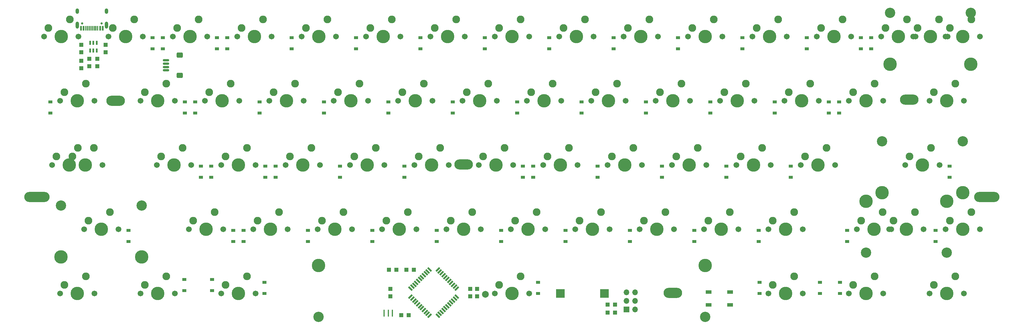
<source format=gbs>
G04 #@! TF.GenerationSoftware,KiCad,Pcbnew,(5.99.0-11336-g5116fa6d12)*
G04 #@! TF.CreationDate,2021-07-24T21:06:12+02:00*
G04 #@! TF.ProjectId,plain60-flex-mkd-ansi,706c6169-6e36-4302-9d66-6c65782d6d6b,rev?*
G04 #@! TF.SameCoordinates,Original*
G04 #@! TF.FileFunction,Soldermask,Bot*
G04 #@! TF.FilePolarity,Negative*
%FSLAX46Y46*%
G04 Gerber Fmt 4.6, Leading zero omitted, Abs format (unit mm)*
G04 Created by KiCad (PCBNEW (5.99.0-11336-g5116fa6d12)) date 2021-07-24 21:06:12*
%MOMM*%
%LPD*%
G01*
G04 APERTURE LIST*
G04 Aperture macros list*
%AMRoundRect*
0 Rectangle with rounded corners*
0 $1 Rounding radius*
0 $2 $3 $4 $5 $6 $7 $8 $9 X,Y pos of 4 corners*
0 Add a 4 corners polygon primitive as box body*
4,1,4,$2,$3,$4,$5,$6,$7,$8,$9,$2,$3,0*
0 Add four circle primitives for the rounded corners*
1,1,$1+$1,$2,$3*
1,1,$1+$1,$4,$5*
1,1,$1+$1,$6,$7*
1,1,$1+$1,$8,$9*
0 Add four rect primitives between the rounded corners*
20,1,$1+$1,$2,$3,$4,$5,0*
20,1,$1+$1,$4,$5,$6,$7,0*
20,1,$1+$1,$6,$7,$8,$9,0*
20,1,$1+$1,$8,$9,$2,$3,0*%
%AMRotRect*
0 Rectangle, with rotation*
0 The origin of the aperture is its center*
0 $1 length*
0 $2 width*
0 $3 Rotation angle, in degrees counterclockwise*
0 Add horizontal line*
21,1,$1,$2,0,0,$3*%
G04 Aperture macros list end*
%ADD10C,2.286000*%
%ADD11C,1.701800*%
%ADD12C,3.987800*%
%ADD13C,3.048000*%
%ADD14O,7.500000X3.000000*%
%ADD15O,5.500000X3.000000*%
%ADD16R,1.200000X0.900000*%
%ADD17RotRect,1.500000X0.550000X135.000000*%
%ADD18RotRect,1.500000X0.550000X45.000000*%
%ADD19R,0.400000X2.000000*%
%ADD20R,1.700000X1.000000*%
%ADD21R,1.200000X1.300000*%
%ADD22C,2.000000*%
%ADD23R,1.300000X1.200000*%
%ADD24C,0.650000*%
%ADD25R,0.600000X1.450000*%
%ADD26R,0.300000X1.450000*%
%ADD27O,1.000000X2.100000*%
%ADD28O,1.000000X1.600000*%
%ADD29R,1.200000X1.250000*%
%ADD30R,1.250000X1.200000*%
%ADD31R,0.600000X1.200000*%
%ADD32R,1.700000X1.700000*%
%ADD33O,1.700000X1.700000*%
%ADD34R,2.500000X2.500000*%
%ADD35RoundRect,0.150000X0.775000X-0.150000X0.775000X0.150000X-0.775000X0.150000X-0.775000X-0.150000X0*%
%ADD36RoundRect,0.332800X0.567200X-0.467200X0.567200X0.467200X-0.567200X0.467200X-0.567200X-0.467200X0*%
G04 APERTURE END LIST*
D10*
X78740000Y-23495000D03*
X72390000Y-26035000D03*
D11*
X71120000Y-28575000D03*
D12*
X76200000Y-28575000D03*
D11*
X81280000Y-28575000D03*
D10*
X97790000Y-23495000D03*
X91440000Y-26035000D03*
D11*
X100330000Y-28575000D03*
D12*
X95250000Y-28575000D03*
D11*
X90170000Y-28575000D03*
D10*
X154940000Y-23495000D03*
X148590000Y-26035000D03*
D12*
X152400000Y-28575000D03*
D11*
X157480000Y-28575000D03*
X147320000Y-28575000D03*
D10*
X173990000Y-23495000D03*
X167640000Y-26035000D03*
D11*
X166370000Y-28575000D03*
D12*
X171450000Y-28575000D03*
D11*
X176530000Y-28575000D03*
D10*
X135890000Y-23495000D03*
X129540000Y-26035000D03*
D12*
X133350000Y-28575000D03*
D11*
X138430000Y-28575000D03*
X128270000Y-28575000D03*
D10*
X116840000Y-23495000D03*
X110490000Y-26035000D03*
D11*
X109220000Y-28575000D03*
X119380000Y-28575000D03*
D12*
X114300000Y-28575000D03*
D10*
X16827500Y-23495000D03*
X10477500Y-26035000D03*
D11*
X19367500Y-28575000D03*
X9207500Y-28575000D03*
D12*
X14287500Y-28575000D03*
D10*
X145415000Y-4445000D03*
X139065000Y-6985000D03*
D12*
X142875000Y-9525000D03*
D11*
X147955000Y-9525000D03*
X137795000Y-9525000D03*
D10*
X183515000Y-4445000D03*
X177165000Y-6985000D03*
D11*
X186055000Y-9525000D03*
X175895000Y-9525000D03*
D12*
X180975000Y-9525000D03*
D10*
X88265000Y-4445000D03*
X81915000Y-6985000D03*
D11*
X90805000Y-9525000D03*
D12*
X85725000Y-9525000D03*
D11*
X80645000Y-9525000D03*
D10*
X240665000Y-4445000D03*
X234315000Y-6985000D03*
D11*
X243205000Y-9525000D03*
D12*
X238125000Y-9525000D03*
D11*
X233045000Y-9525000D03*
D10*
X221615000Y-4445000D03*
X215265000Y-6985000D03*
D11*
X224155000Y-9525000D03*
X213995000Y-9525000D03*
D12*
X219075000Y-9525000D03*
D10*
X202565000Y-4445000D03*
X196215000Y-6985000D03*
D12*
X200025000Y-9525000D03*
D11*
X205105000Y-9525000D03*
X194945000Y-9525000D03*
D10*
X164465000Y-4445000D03*
X158115000Y-6985000D03*
D11*
X156845000Y-9525000D03*
D12*
X161925000Y-9525000D03*
D11*
X167005000Y-9525000D03*
D10*
X126365000Y-4445000D03*
X120015000Y-6985000D03*
D11*
X118745000Y-9525000D03*
D12*
X123825000Y-9525000D03*
D11*
X128905000Y-9525000D03*
D10*
X107315000Y-4445000D03*
X100965000Y-6985000D03*
D11*
X99695000Y-9525000D03*
X109855000Y-9525000D03*
D12*
X104775000Y-9525000D03*
D10*
X69215000Y-4445000D03*
X62865000Y-6985000D03*
D12*
X66675000Y-9525000D03*
D11*
X71755000Y-9525000D03*
X61595000Y-9525000D03*
D10*
X31115000Y-4445000D03*
X24765000Y-6985000D03*
D12*
X28575000Y-9525000D03*
D11*
X33655000Y-9525000D03*
X23495000Y-9525000D03*
D10*
X12065000Y-4445000D03*
X5715000Y-6985000D03*
D11*
X4445000Y-9525000D03*
D12*
X9525000Y-9525000D03*
D11*
X14605000Y-9525000D03*
D10*
X40640000Y-80645000D03*
X34290000Y-83185000D03*
D11*
X43180000Y-85725000D03*
X33020000Y-85725000D03*
D12*
X38100000Y-85725000D03*
D10*
X150177500Y-61595000D03*
X143827500Y-64135000D03*
D11*
X152717500Y-66675000D03*
X142557500Y-66675000D03*
D12*
X147637500Y-66675000D03*
D10*
X226377500Y-61595000D03*
X220027500Y-64135000D03*
D12*
X223837500Y-66675000D03*
D11*
X228917500Y-66675000D03*
X218757500Y-66675000D03*
D10*
X169227500Y-61595000D03*
X162877500Y-64135000D03*
D11*
X171767500Y-66675000D03*
D12*
X166687500Y-66675000D03*
D11*
X161607500Y-66675000D03*
D10*
X131127500Y-61595000D03*
X124777500Y-64135000D03*
D11*
X123507500Y-66675000D03*
D12*
X128587500Y-66675000D03*
D11*
X133667500Y-66675000D03*
D10*
X188277500Y-61595000D03*
X181927500Y-64135000D03*
D11*
X180657500Y-66675000D03*
D12*
X185737500Y-66675000D03*
D11*
X190817500Y-66675000D03*
D10*
X16827500Y-80645000D03*
X10477500Y-83185000D03*
D12*
X14287500Y-85725000D03*
D11*
X9207500Y-85725000D03*
X19367500Y-85725000D03*
X261620000Y-9525000D03*
D13*
X254762000Y-2540000D03*
D12*
X266700000Y-9525000D03*
X254762000Y-17780000D03*
D13*
X278638000Y-2540000D03*
D12*
X278638000Y-17780000D03*
D11*
X271780000Y-9525000D03*
D10*
X269240000Y-4445000D03*
X262890000Y-6985000D03*
X250190000Y-23495000D03*
X243840000Y-26035000D03*
D11*
X252730000Y-28575000D03*
D12*
X247650000Y-28575000D03*
D11*
X242570000Y-28575000D03*
D10*
X54927500Y-61595000D03*
X48577500Y-64135000D03*
D12*
X52387500Y-66675000D03*
D11*
X57467500Y-66675000D03*
X47307500Y-66675000D03*
D10*
X193040000Y-23495000D03*
X186690000Y-26035000D03*
D11*
X195580000Y-28575000D03*
D12*
X190500000Y-28575000D03*
D11*
X185420000Y-28575000D03*
D10*
X121602500Y-42545000D03*
X115252500Y-45085000D03*
D11*
X124142500Y-47625000D03*
D12*
X119062500Y-47625000D03*
D11*
X113982500Y-47625000D03*
D10*
X64452500Y-42545000D03*
X58102500Y-45085000D03*
D11*
X66992500Y-47625000D03*
X56832500Y-47625000D03*
D12*
X61912500Y-47625000D03*
D10*
X266858700Y-42545000D03*
X260508700Y-45085000D03*
D13*
X276256700Y-40640000D03*
X252380700Y-40640000D03*
D12*
X264318700Y-47625000D03*
X252380700Y-55880000D03*
X276256700Y-55880000D03*
D11*
X269398700Y-47625000D03*
X259238700Y-47625000D03*
D10*
X278765000Y-61595000D03*
X272415000Y-64135000D03*
D11*
X281305000Y-66675000D03*
X271145000Y-66675000D03*
D12*
X276225000Y-66675000D03*
D10*
X178752500Y-42545000D03*
X172402500Y-45085000D03*
D11*
X171132500Y-47625000D03*
X181292500Y-47625000D03*
D12*
X176212500Y-47625000D03*
D10*
X274002487Y-23495061D03*
X267652487Y-26035061D03*
D12*
X271462487Y-28575061D03*
D11*
X266382487Y-28575061D03*
X276542487Y-28575061D03*
D10*
X231140000Y-23495000D03*
X224790000Y-26035000D03*
D11*
X233680000Y-28575000D03*
X223520000Y-28575000D03*
D12*
X228600000Y-28575000D03*
D10*
X64452500Y-80645000D03*
X58102500Y-83185000D03*
D11*
X56832500Y-85725000D03*
X66992500Y-85725000D03*
D12*
X61912500Y-85725000D03*
D10*
X83502500Y-42545000D03*
X77152500Y-45085000D03*
D12*
X80962500Y-47625000D03*
D11*
X86042500Y-47625000D03*
X75882500Y-47625000D03*
D10*
X159702500Y-42545000D03*
X153352500Y-45085000D03*
D11*
X152082500Y-47625000D03*
X162242500Y-47625000D03*
D12*
X157162500Y-47625000D03*
D10*
X102552500Y-42545000D03*
X96202500Y-45085000D03*
D12*
X100012500Y-47625000D03*
D11*
X105092500Y-47625000D03*
X94932500Y-47625000D03*
D10*
X45402500Y-42545000D03*
X39052500Y-45085000D03*
D12*
X42862500Y-47625000D03*
D11*
X37782500Y-47625000D03*
X47942500Y-47625000D03*
D10*
X197802500Y-42545000D03*
X191452500Y-45085000D03*
D11*
X200342500Y-47625000D03*
D12*
X195262500Y-47625000D03*
D11*
X190182500Y-47625000D03*
D10*
X23971250Y-61595000D03*
X17621250Y-64135000D03*
D13*
X9493250Y-59690000D03*
D12*
X9493250Y-74930000D03*
D11*
X26511250Y-66675000D03*
D12*
X33369250Y-74930000D03*
D13*
X33369250Y-59690000D03*
D11*
X16351250Y-66675000D03*
D12*
X21431250Y-66675000D03*
D10*
X235902500Y-42545000D03*
X229552500Y-45085000D03*
D12*
X233362500Y-47625000D03*
D11*
X228282500Y-47625000D03*
X238442500Y-47625000D03*
D10*
X216852500Y-42545000D03*
X210502500Y-45085000D03*
D11*
X219392500Y-47625000D03*
X209232500Y-47625000D03*
D12*
X214312500Y-47625000D03*
D10*
X212090000Y-23495000D03*
X205740000Y-26035000D03*
D11*
X204470000Y-28575000D03*
X214630000Y-28575000D03*
D12*
X209550000Y-28575000D03*
D10*
X140652500Y-42545000D03*
X134302500Y-45085000D03*
D12*
X138112500Y-47625000D03*
D11*
X143192500Y-47625000D03*
X133032500Y-47625000D03*
D10*
X19208750Y-42545000D03*
X12858750Y-45085000D03*
D12*
X16668750Y-47625000D03*
D11*
X11588750Y-47625000D03*
X21748750Y-47625000D03*
D10*
X112077500Y-61595000D03*
X105727500Y-64135000D03*
D11*
X104457500Y-66675000D03*
D12*
X109537500Y-66675000D03*
D11*
X114617500Y-66675000D03*
D10*
X250190000Y-80645000D03*
X243840000Y-83185000D03*
D12*
X247650000Y-85725000D03*
D11*
X252730000Y-85725000D03*
X242570000Y-85725000D03*
D10*
X73977500Y-61595000D03*
X67627500Y-64135000D03*
D12*
X71437500Y-66675000D03*
D11*
X76517500Y-66675000D03*
X66357500Y-66675000D03*
D10*
X226377500Y-80645000D03*
X220027500Y-83185000D03*
D11*
X228917500Y-85725000D03*
D12*
X223837500Y-85725000D03*
D11*
X218757500Y-85725000D03*
D10*
X274002728Y-80645072D03*
X267652728Y-83185072D03*
D11*
X266382728Y-85725072D03*
X276542728Y-85725072D03*
D12*
X271462728Y-85725072D03*
D14*
X283368988Y-57125000D03*
X2381252Y-57125000D03*
D10*
X40640000Y-23495000D03*
X34290000Y-26035000D03*
D11*
X43180000Y-28575000D03*
X33020000Y-28575000D03*
D12*
X38100000Y-28575000D03*
D15*
X190500160Y-85525000D03*
D10*
X93027500Y-61595000D03*
X86677500Y-64135000D03*
D12*
X90487500Y-66675000D03*
D11*
X95567500Y-66675000D03*
X85407500Y-66675000D03*
D10*
X14446277Y-42544925D03*
X8096277Y-45084925D03*
D11*
X16986277Y-47624925D03*
D12*
X11906277Y-47624925D03*
D11*
X6826277Y-47624925D03*
D15*
X260425000Y-28227050D03*
D10*
X259714977Y-4445061D03*
X253364977Y-6985061D03*
D11*
X262254977Y-9525061D03*
X252094977Y-9525061D03*
D12*
X257174977Y-9525061D03*
D10*
X252571287Y-61595061D03*
X246221287Y-64135061D03*
D11*
X244951287Y-66675061D03*
X255111287Y-66675061D03*
D12*
X250031287Y-66675061D03*
D10*
X278765087Y-4444961D03*
X272415087Y-6984961D03*
D11*
X271145087Y-9524961D03*
X281305087Y-9524961D03*
D12*
X276225087Y-9524961D03*
D10*
X207327500Y-61595000D03*
X200977500Y-64135000D03*
D11*
X199707500Y-66675000D03*
X209867500Y-66675000D03*
D12*
X204787500Y-66675000D03*
D15*
X128587608Y-47425040D03*
D10*
X59690000Y-23495000D03*
X53340000Y-26035000D03*
D12*
X57150000Y-28575000D03*
D11*
X62230000Y-28575000D03*
X52070000Y-28575000D03*
D15*
X25600000Y-28576024D03*
D10*
X262096347Y-61595011D03*
X255746347Y-64135011D03*
D11*
X254476347Y-66675011D03*
X264636347Y-66675011D03*
D13*
X271494277Y-73660011D03*
D12*
X259556347Y-66675011D03*
D13*
X247618277Y-73660011D03*
D12*
X247618277Y-58420011D03*
X271494277Y-58420011D03*
D13*
X85693250Y-92710000D03*
D12*
X85693250Y-77470000D03*
D13*
X200056750Y-92710000D03*
D12*
X200056750Y-77470000D03*
D10*
X145415000Y-80645000D03*
X139065000Y-83185000D03*
D12*
X142875000Y-85725000D03*
D11*
X147955000Y-85725000D03*
X137795000Y-85725000D03*
D10*
X50165000Y-4445000D03*
X43815000Y-6985000D03*
D11*
X52705000Y-9525000D03*
D12*
X47625000Y-9525000D03*
D11*
X42545000Y-9525000D03*
D16*
X239932417Y-85725561D03*
X239932417Y-82425561D03*
X216098619Y-85725561D03*
X216098619Y-82425561D03*
X150614189Y-85725561D03*
X150614189Y-82425561D03*
X69679287Y-85725561D03*
X69679287Y-82425561D03*
X268225000Y-70325000D03*
X268225000Y-67025000D03*
X242031460Y-70325056D03*
X242031460Y-67025056D03*
X215837500Y-70325000D03*
X215837500Y-67025000D03*
X196787500Y-70325000D03*
X196787500Y-67025000D03*
X139637500Y-70325000D03*
X139637500Y-67025000D03*
X101537500Y-70325000D03*
X101537500Y-67025000D03*
X82487500Y-70325000D03*
X82487500Y-67025000D03*
X220600000Y-32225000D03*
X220600000Y-28925000D03*
X225362500Y-51275000D03*
X225362500Y-47975000D03*
X49150000Y-32225000D03*
X49150000Y-28925000D03*
X182500000Y-32225000D03*
X182500000Y-28925000D03*
X206312500Y-51275000D03*
X206312500Y-47975000D03*
X111062500Y-51275000D03*
X111062500Y-47975000D03*
X53912500Y-51275000D03*
X53912500Y-47975000D03*
X187262500Y-51275000D03*
X187262500Y-47975000D03*
X146112500Y-51275000D03*
X146112500Y-47975000D03*
X50862500Y-51275000D03*
X50862500Y-47975000D03*
X72962500Y-51275000D03*
X72962500Y-47975000D03*
X106300000Y-32225000D03*
X106300000Y-28925000D03*
X201550000Y-32225000D03*
X201550000Y-28925000D03*
X125350000Y-32225000D03*
X125350000Y-28925000D03*
X163450000Y-32225000D03*
X163450000Y-28925000D03*
X149162500Y-51275000D03*
X149162500Y-47975000D03*
X92012500Y-51275000D03*
X92012500Y-47975000D03*
X60387500Y-70325000D03*
X60387500Y-67025000D03*
X158687500Y-70325000D03*
X158687500Y-67025000D03*
X272318700Y-51275000D03*
X272318700Y-47975000D03*
X45904299Y-84900061D03*
X45904299Y-81600061D03*
X168212500Y-51275000D03*
X168212500Y-47975000D03*
X87250000Y-32225000D03*
X87250000Y-28925000D03*
X239650000Y-32225000D03*
X239650000Y-28925000D03*
X69912500Y-51275000D03*
X69912500Y-47975000D03*
X144400000Y-32225000D03*
X144400000Y-28925000D03*
X177737500Y-70325000D03*
X177737500Y-67025000D03*
X120587500Y-70325000D03*
X120587500Y-67025000D03*
X68200000Y-32225000D03*
X68200000Y-28925000D03*
D17*
X126576021Y-86684407D03*
X126010335Y-87250092D03*
X125444650Y-87815777D03*
X124878965Y-88381463D03*
X124313279Y-88947148D03*
X123747594Y-89512834D03*
X123181908Y-90078519D03*
X122616223Y-90644205D03*
X122050537Y-91209890D03*
X121484852Y-91775575D03*
X120919167Y-92341261D03*
D18*
X118515003Y-92341261D03*
X117949318Y-91775575D03*
X117383633Y-91209890D03*
X116817947Y-90644205D03*
X116252262Y-90078519D03*
X115686576Y-89512834D03*
X115120891Y-88947148D03*
X114555205Y-88381463D03*
X113989520Y-87815777D03*
X113423835Y-87250092D03*
X112858149Y-86684407D03*
D17*
X112858149Y-84280243D03*
X113423835Y-83714558D03*
X113989520Y-83148873D03*
X114555205Y-82583187D03*
X115120891Y-82017502D03*
X115686576Y-81451816D03*
X116252262Y-80886131D03*
X116817947Y-80320445D03*
X117383633Y-79754760D03*
X117949318Y-79189075D03*
X118515003Y-78623389D03*
D18*
X120919167Y-78623389D03*
X121484852Y-79189075D03*
X122050537Y-79754760D03*
X122616223Y-80320445D03*
X123181908Y-80886131D03*
X123747594Y-81451816D03*
X124313279Y-82017502D03*
X124878965Y-82583187D03*
X125444650Y-83148873D03*
X126010335Y-83714558D03*
X126576021Y-84280243D03*
D19*
X105079287Y-91600061D03*
X107479287Y-91600061D03*
X106279287Y-91600061D03*
D20*
X201079287Y-85300061D03*
X207379287Y-85300061D03*
X207379287Y-89100061D03*
X201079287Y-89100061D03*
D21*
X106479287Y-78700061D03*
X108679287Y-78700061D03*
D16*
X172975000Y-13175000D03*
X172975000Y-9875000D03*
X153925000Y-13175000D03*
X153925000Y-9875000D03*
X230125000Y-13175000D03*
X230125000Y-9875000D03*
X192025000Y-13175000D03*
X192025000Y-9875000D03*
X246125000Y-13175000D03*
X246125000Y-9875000D03*
X46100000Y-32225000D03*
X46100000Y-28925000D03*
X6287500Y-32225000D03*
X6287500Y-28925000D03*
X211075000Y-13175000D03*
X211075000Y-9875000D03*
X115825000Y-13175000D03*
X115825000Y-9875000D03*
X55625000Y-13175000D03*
X55625000Y-9875000D03*
X77725000Y-13175000D03*
X77725000Y-9875000D03*
X134875000Y-13175000D03*
X134875000Y-9875000D03*
X96775000Y-13175000D03*
X96775000Y-9875000D03*
X58675000Y-13175000D03*
X58675000Y-9875000D03*
D22*
X134979287Y-85950061D03*
D16*
X233979287Y-85725561D03*
X233979287Y-82425561D03*
D23*
X17859390Y-18364077D03*
X17859390Y-16164077D03*
D24*
X21458000Y-5630000D03*
X15678000Y-5630000D03*
D25*
X15343000Y-7075000D03*
X16118000Y-7075000D03*
D26*
X16818000Y-7075000D03*
X17318000Y-7075000D03*
X17818000Y-7075000D03*
X18318000Y-7075000D03*
X18818000Y-7075000D03*
X19318000Y-7075000D03*
X19818000Y-7075000D03*
X20318000Y-7075000D03*
D25*
X21018000Y-7075000D03*
X21793000Y-7075000D03*
D27*
X22888000Y-6160000D03*
D28*
X22888000Y-1980000D03*
X14248000Y-1980000D03*
D27*
X14248000Y-6160000D03*
D16*
X63437500Y-70325000D03*
X63437500Y-67025000D03*
D29*
X110129287Y-92150061D03*
X112329287Y-92150061D03*
D30*
X130529287Y-84400061D03*
X130529287Y-86600061D03*
D16*
X29431250Y-70325000D03*
X29431250Y-67025000D03*
X236600000Y-32225000D03*
X236600000Y-28925000D03*
D23*
X15478138Y-18959390D03*
X15478138Y-16759390D03*
D16*
X36575000Y-13175000D03*
X36575000Y-9875000D03*
D23*
X20240642Y-16164077D03*
X20240642Y-18364077D03*
D29*
X171189287Y-91371313D03*
X173389287Y-91371313D03*
D30*
X106929287Y-86550061D03*
X106929287Y-84350061D03*
D21*
X173389287Y-88990061D03*
X171189287Y-88990061D03*
D23*
X22621894Y-11996886D03*
X22621894Y-14196886D03*
D16*
X39625000Y-13175000D03*
X39625000Y-9875000D03*
X54128819Y-84900061D03*
X54128819Y-81600061D03*
D31*
X18100016Y-11351573D03*
X19050016Y-11351573D03*
X20000016Y-11351573D03*
X20000016Y-13651573D03*
X19050016Y-13651573D03*
X18100016Y-13651573D03*
D32*
X176729287Y-90510061D03*
D33*
X179269287Y-90510061D03*
X176729287Y-87970061D03*
X179269287Y-87970061D03*
X176729287Y-85430061D03*
X179269287Y-85430061D03*
D23*
X15478138Y-14196886D03*
X15478138Y-11996886D03*
D34*
X157211075Y-85725072D03*
X170211075Y-85725072D03*
D30*
X132529287Y-84400061D03*
X132529287Y-86600061D03*
D29*
X113829287Y-78700061D03*
X111629287Y-78700061D03*
D35*
X40548273Y-16549549D03*
X40548273Y-17549549D03*
X40548273Y-18549549D03*
X40548273Y-19549549D03*
D36*
X44573273Y-15049549D03*
X44573273Y-21049549D03*
D16*
X249174977Y-13175061D03*
X249174977Y-9875061D03*
M02*

</source>
